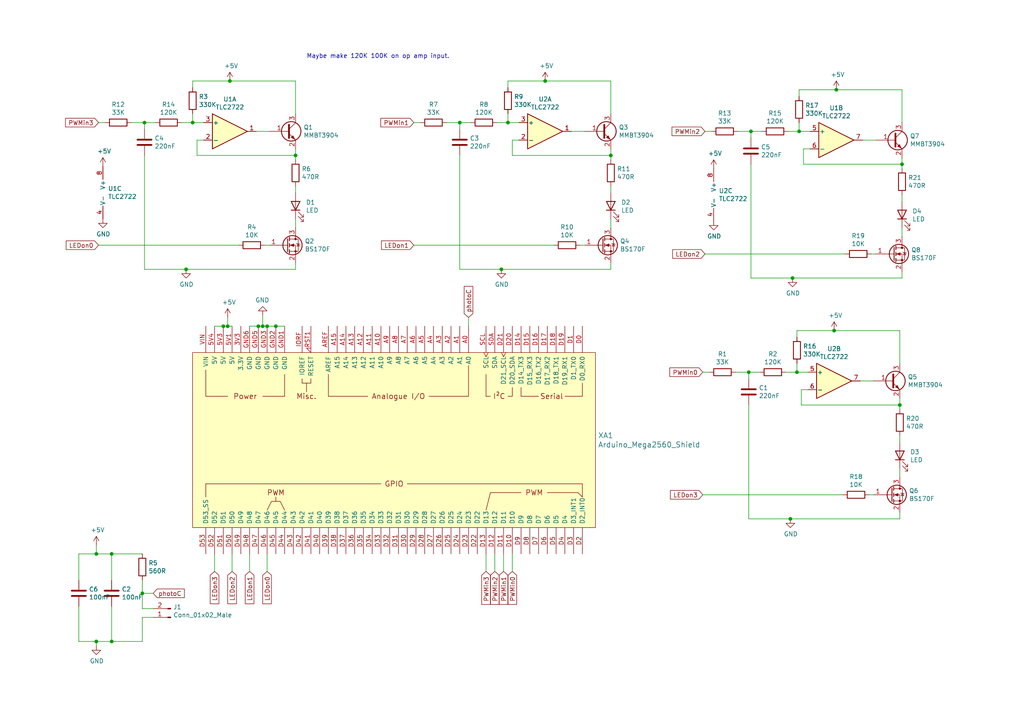
<source format=kicad_sch>
(kicad_sch (version 20230121) (generator eeschema)
  (paper "A4")
  (lib_symbols
    (symbol "Direct-drive-LEDs-rescue:+5V-power" (power) (pin_names (offset 0))
      (property "Value" "+5V-power" (at 0 3.556 0))
      (symbol "+5V-power_0_1"
        (polyline (pts (xy -0.762 1.27) (xy 0 2.54)))
        (polyline (pts (xy 0 0) (xy 0 2.54)))
        (polyline (pts (xy 0 2.54) (xy 0.762 1.27)))
      )
      (symbol "+5V-power_1_1"
        (pin power_in line (at 0 0 90) (length 0) hide (name "+5V") (number "1"))
      )
    )
    (symbol "Direct-drive-LEDs-rescue:Arduino_Mega2560_Shield-reprapltd-kicad" (pin_names (offset 1.016))
      (property "Reference" "XA" (at 2.54 0 90))
      (property "Value" "reprapltd-kicad_Arduino_Mega2560_Shield" (at -2.54 0 90))
      (symbol "Arduino_Mega2560_Shield-reprapltd-kicad_0_0"
        (rectangle (start -25.4 -58.42) (end 25.4 58.42) (fill (type background)))
        (rectangle (start -20.32 -54.61) (end -12.7 -54.61))
        (rectangle (start -19.05 -31.75) (end -12.7 -31.75))
        (rectangle (start -19.05 -19.05) (end -12.7 -19.05))
        (rectangle (start -19.05 26.67) (end -12.7 26.67))
        (rectangle (start -17.78 -26.67) (end -16.51 -26.67))
        (rectangle (start -17.78 -24.13) (end -16.51 -24.13))
        (rectangle (start -16.51 -25.4) (end -13.97 -25.4))
        (rectangle (start -16.51 -24.13) (end -16.51 -26.67))
        (rectangle (start -16.51 54.61) (end -12.7 54.61))
        (rectangle (start -15.24 34.29) (end -12.7 34.29))
        (rectangle (start -15.24 36.83) (end -12.7 36.83))
        (rectangle (start -12.7 -54.61) (end -12.7 -48.26))
        (rectangle (start -12.7 -31.75) (end -12.7 -38.1))
        (rectangle (start -12.7 26.67) (end -12.7 27.94))
        (rectangle (start -12.7 34.29) (end -12.7 33.02))
        (rectangle (start -12.7 41.91) (end -12.7 36.83))
        (rectangle (start -12.7 49.53) (end -12.7 54.61))
        (polyline (pts (xy -21.59 21.59) (xy -12.7 21.59)))
        (polyline (pts (xy -12.7 -19.05) (xy -12.7 -7.62)))
        (polyline (pts (xy -12.7 10.16) (xy -12.7 21.59)))
        (polyline (pts (xy 12.7 -54.61) (xy 16.51 -54.61)))
        (polyline (pts (xy 12.7 54.61) (xy 16.51 54.61)))
        (polyline (pts (xy 17.78 -34.29) (xy 16.51 -34.29)))
        (polyline (pts (xy 15.24 36.83) (xy 15.24 27.94) (xy 20.32 26.67)))
        (polyline (pts (xy 15.24 44.45) (xy 15.24 53.34) (xy 16.51 54.61)))
        (polyline (pts (xy 20.32 -31.75) (xy 17.78 -33.02) (xy 17.78 -35.56) (xy 20.32 -36.83)))
        (text "Analogue I/O" (at -12.7 1.27 900) (effects (font (size 1.524 1.524))))
        (text "I²C" (at -12.7 30.48 900) (effects (font (size 1.524 1.524))))
        (text "Misc." (at -12.7 -25.4 900) (effects (font (size 1.524 1.524))))
        (text "Power" (at -12.7 -43.18 900) (effects (font (size 1.524 1.524))))
        (text "PWM" (at 15.24 -34.29 900) (effects (font (size 1.524 1.524))))
        (text "PWM" (at 15.24 40.64 900) (effects (font (size 1.524 1.524))))
        (text "Serial" (at -12.7 45.72 900) (effects (font (size 1.524 1.524))))
      )
      (symbol "Arduino_Mega2560_Shield-reprapltd-kicad_1_0"
        (rectangle (start 12.7 -54.61) (end 12.7 -3.81))
        (rectangle (start 12.7 54.61) (end 12.7 3.81))
        (text "GPIO" (at 12.7 0 900) (effects (font (size 1.524 1.524))))
      )
      (symbol "Arduino_Mega2560_Shield-reprapltd-kicad_1_1"
        (pin power_in line (at -33.02 -44.45 0) (length 7.62) (name "3.3V") (number "3V3"))
        (pin power_in line (at -33.02 -46.99 0) (length 7.62) (name "5V") (number "5V1"))
        (pin power_in line (at -33.02 -49.53 0) (length 7.62) (name "5V") (number "5V3"))
        (pin power_in line (at -33.02 -52.07 0) (length 7.62) (name "5V") (number "5V4"))
        (pin bidirectional line (at -33.02 21.59 0) (length 7.62) (name "A0") (number "A0"))
        (pin bidirectional line (at -33.02 19.05 0) (length 7.62) (name "A1") (number "A1"))
        (pin bidirectional line (at -33.02 -3.81 0) (length 7.62) (name "A10") (number "A10"))
        (pin bidirectional line (at -33.02 -6.35 0) (length 7.62) (name "A11") (number "A11"))
        (pin bidirectional line (at -33.02 -8.89 0) (length 7.62) (name "A12") (number "A12"))
        (pin bidirectional line (at -33.02 -11.43 0) (length 7.62) (name "A13") (number "A13"))
        (pin bidirectional line (at -33.02 -13.97 0) (length 7.62) (name "A14") (number "A14"))
        (pin bidirectional line (at -33.02 -16.51 0) (length 7.62) (name "A15") (number "A15"))
        (pin bidirectional line (at -33.02 16.51 0) (length 7.62) (name "A2") (number "A2"))
        (pin bidirectional line (at -33.02 13.97 0) (length 7.62) (name "A3") (number "A3"))
        (pin bidirectional line (at -33.02 11.43 0) (length 7.62) (name "A4") (number "A4"))
        (pin bidirectional line (at -33.02 8.89 0) (length 7.62) (name "A5") (number "A5"))
        (pin bidirectional line (at -33.02 6.35 0) (length 7.62) (name "A6") (number "A6"))
        (pin bidirectional line (at -33.02 3.81 0) (length 7.62) (name "A7") (number "A7"))
        (pin bidirectional line (at -33.02 1.27 0) (length 7.62) (name "A8") (number "A8"))
        (pin bidirectional line (at -33.02 -1.27 0) (length 7.62) (name "A9") (number "A9"))
        (pin input line (at -33.02 -19.05 0) (length 7.62) (name "AREF") (number "AREF"))
        (pin bidirectional line (at -33.02 54.61 0) (length 7.62) (name "D0_RX0") (number "D0"))
        (pin bidirectional line (at -33.02 52.07 0) (length 7.62) (name "D1_TX0") (number "D1"))
        (pin bidirectional line (at 33.02 34.29 180) (length 7.62) (name "D10") (number "D10"))
        (pin bidirectional line (at 33.02 31.75 180) (length 7.62) (name "D11") (number "D11"))
        (pin bidirectional line (at 33.02 29.21 180) (length 7.62) (name "D12") (number "D12"))
        (pin bidirectional line (at 33.02 26.67 180) (length 7.62) (name "D13") (number "D13"))
        (pin bidirectional line (at -33.02 36.83 0) (length 7.62) (name "D14_TX3") (number "D14"))
        (pin bidirectional line (at -33.02 39.37 0) (length 7.62) (name "D15_RX3") (number "D15"))
        (pin bidirectional line (at -33.02 41.91 0) (length 7.62) (name "D16_TX2") (number "D16"))
        (pin bidirectional line (at -33.02 44.45 0) (length 7.62) (name "D17_RX2") (number "D17"))
        (pin bidirectional line (at -33.02 46.99 0) (length 7.62) (name "D18_TX1") (number "D18"))
        (pin bidirectional line (at -33.02 49.53 0) (length 7.62) (name "D19_RX1") (number "D19"))
        (pin bidirectional line (at 33.02 54.61 180) (length 7.62) (name "D2_INT0") (number "D2"))
        (pin bidirectional line (at -33.02 34.29 0) (length 7.62) (name "D20_SDA") (number "D20"))
        (pin bidirectional clock (at -33.02 31.75 0) (length 7.62) (name "D21_SCL") (number "D21"))
        (pin bidirectional line (at 33.02 24.13 180) (length 7.62) (name "D22") (number "D22"))
        (pin bidirectional line (at 33.02 21.59 180) (length 7.62) (name "D23") (number "D23"))
        (pin bidirectional line (at 33.02 19.05 180) (length 7.62) (name "D24") (number "D24"))
        (pin bidirectional line (at 33.02 16.51 180) (length 7.62) (name "D25") (number "D25"))
        (pin bidirectional line (at 33.02 13.97 180) (length 7.62) (name "D26") (number "D26"))
        (pin bidirectional line (at 33.02 11.43 180) (length 7.62) (name "D27") (number "D27"))
        (pin bidirectional line (at 33.02 8.89 180) (length 7.62) (name "D28") (number "D28"))
        (pin bidirectional line (at 33.02 6.35 180) (length 7.62) (name "D29") (number "D29"))
        (pin bidirectional line (at 33.02 52.07 180) (length 7.62) (name "D3_INT1") (number "D3"))
        (pin bidirectional line (at 33.02 3.81 180) (length 7.62) (name "D30") (number "D30"))
        (pin bidirectional line (at 33.02 1.27 180) (length 7.62) (name "D31") (number "D31"))
        (pin bidirectional line (at 33.02 -1.27 180) (length 7.62) (name "D32") (number "D32"))
        (pin bidirectional line (at 33.02 -3.81 180) (length 7.62) (name "D33") (number "D33"))
        (pin bidirectional line (at 33.02 -6.35 180) (length 7.62) (name "D34") (number "D34"))
        (pin bidirectional line (at 33.02 -8.89 180) (length 7.62) (name "D35") (number "D35"))
        (pin bidirectional line (at 33.02 -11.43 180) (length 7.62) (name "D36") (number "D36"))
        (pin bidirectional line (at 33.02 -13.97 180) (length 7.62) (name "D37") (number "D37"))
        (pin bidirectional line (at 33.02 -16.51 180) (length 7.62) (name "D38") (number "D38"))
        (pin bidirectional line (at 33.02 -19.05 180) (length 7.62) (name "D39") (number "D39"))
        (pin bidirectional line (at 33.02 49.53 180) (length 7.62) (name "D4") (number "D4"))
        (pin bidirectional line (at 33.02 -21.59 180) (length 7.62) (name "D40") (number "D40"))
        (pin bidirectional line (at 33.02 -24.13 180) (length 7.62) (name "D41") (number "D41"))
        (pin bidirectional line (at 33.02 -26.67 180) (length 7.62) (name "D42") (number "D42"))
        (pin bidirectional line (at 33.02 -29.21 180) (length 7.62) (name "D43") (number "D43"))
        (pin bidirectional line (at 33.02 -31.75 180) (length 7.62) (name "D44") (number "D44"))
        (pin bidirectional line (at 33.02 -34.29 180) (length 7.62) (name "D45") (number "D45"))
        (pin bidirectional line (at 33.02 -36.83 180) (length 7.62) (name "D46") (number "D46"))
        (pin bidirectional line (at 33.02 -39.37 180) (length 7.62) (name "D47") (number "D47"))
        (pin bidirectional line (at 33.02 -41.91 180) (length 7.62) (name "D48") (number "D48"))
        (pin bidirectional line (at 33.02 -44.45 180) (length 7.62) (name "D49") (number "D49"))
        (pin bidirectional line (at 33.02 46.99 180) (length 7.62) (name "D5") (number "D5"))
        (pin bidirectional line (at 33.02 -46.99 180) (length 7.62) (name "D50") (number "D50"))
        (pin bidirectional line (at 33.02 -49.53 180) (length 7.62) (name "D51") (number "D51"))
        (pin bidirectional line (at 33.02 -52.07 180) (length 7.62) (name "D52") (number "D52"))
        (pin bidirectional line (at 33.02 -54.61 180) (length 7.62) (name "D53_SS") (number "D53"))
        (pin bidirectional line (at 33.02 44.45 180) (length 7.62) (name "D6") (number "D6"))
        (pin bidirectional line (at 33.02 41.91 180) (length 7.62) (name "D7") (number "D7"))
        (pin bidirectional line (at 33.02 39.37 180) (length 7.62) (name "D8") (number "D8"))
        (pin bidirectional line (at 33.02 36.83 180) (length 7.62) (name "D9") (number "D9"))
        (pin power_in line (at -33.02 -31.75 0) (length 7.62) (name "GND") (number "GND1"))
        (pin power_in line (at -33.02 -34.29 0) (length 7.62) (name "GND") (number "GND2"))
        (pin power_in line (at -33.02 -36.83 0) (length 7.62) (name "GND") (number "GND3"))
        (pin power_in line (at -33.02 -39.37 0) (length 7.62) (name "GND") (number "GND5"))
        (pin power_in line (at -33.02 -41.91 0) (length 7.62) (name "GND") (number "GND6"))
        (pin output line (at -33.02 -26.67 0) (length 7.62) (name "IOREF") (number "IORF"))
        (pin open_collector input_low (at -33.02 -24.13 0) (length 7.62) (name "RESET") (number "RST1"))
        (pin bidirectional clock (at -33.02 26.67 0) (length 7.62) (name "SCL") (number "SCL"))
        (pin bidirectional line (at -33.02 29.21 0) (length 7.62) (name "SDA") (number "SDA"))
        (pin power_in line (at -33.02 -54.61 0) (length 7.62) (name "VIN") (number "VIN"))
      )
    )
    (symbol "Direct-drive-LEDs-rescue:BS170F-Transistor_FET" (pin_names hide)
      (property "Reference" "Q" (at 5.08 1.905 0))
      (property "Value" "Transistor_FET_BS170F" (at 5.08 0 0))
      (symbol "BS170F-Transistor_FET_0_1"
        (polyline (pts (xy 0.254 0) (xy -2.54 0)))
        (polyline (pts (xy 0.254 1.905) (xy 0.254 -1.905)) (stroke (width 0.254)))
        (polyline (pts (xy 0.762 -1.27) (xy 0.762 -2.286)) (stroke (width 0.254)))
        (polyline (pts (xy 0.762 0.508) (xy 0.762 -0.508)) (stroke (width 0.254)))
        (polyline (pts (xy 0.762 2.286) (xy 0.762 1.27)) (stroke (width 0.254)))
        (polyline (pts (xy 2.54 2.54) (xy 2.54 1.778)))
        (polyline (pts (xy 2.54 -2.54) (xy 2.54 0) (xy 0.762 0)))
        (polyline (pts (xy 0.762 -1.778) (xy 3.302 -1.778) (xy 3.302 1.778) (xy 0.762 1.778)))
        (polyline (pts (xy 1.016 0) (xy 2.032 0.381) (xy 2.032 -0.381) (xy 1.016 0)) (fill (type outline)))
        (polyline (pts (xy 2.794 0.508) (xy 2.921 0.381) (xy 3.683 0.381) (xy 3.81 0.254)))
        (polyline (pts (xy 3.302 0.381) (xy 2.921 -0.254) (xy 3.683 -0.254) (xy 3.302 0.381)))
        (circle (center 1.651 0) (radius 2.794) (stroke (width 0.254)))
        (circle (center 2.54 -1.778) (radius 0.254) (fill (type outline)))
        (circle (center 2.54 1.778) (radius 0.254) (fill (type outline)))
      )
      (symbol "BS170F-Transistor_FET_1_1"
        (pin input line (at -5.08 0 0) (length 2.54) (name "G") (number "1"))
        (pin passive line (at 2.54 -5.08 90) (length 2.54) (name "S") (number "2"))
        (pin passive line (at 2.54 5.08 270) (length 2.54) (name "D") (number "3"))
      )
    )
    (symbol "Direct-drive-LEDs-rescue:C-Device" (pin_numbers hide) (pin_names (offset 0.254))
      (property "Reference" "C" (at 0.635 2.54 0))
      (property "Value" "Device_C" (at 0.635 -2.54 0))
      (symbol "C-Device_0_1"
        (polyline (pts (xy -2.032 -0.762) (xy 2.032 -0.762)) (stroke (width 0.508)))
        (polyline (pts (xy -2.032 0.762) (xy 2.032 0.762)) (stroke (width 0.508)))
      )
      (symbol "C-Device_1_1"
        (pin passive line (at 0 3.81 270) (length 2.794) (name "~") (number "1"))
        (pin passive line (at 0 -3.81 90) (length 2.794) (name "~") (number "2"))
      )
    )
    (symbol "Direct-drive-LEDs-rescue:Conn_01x02_Male-Connector" (pin_names (offset 1.016) hide)
      (property "Reference" "J" (at 0 2.54 0))
      (property "Value" "Connector_Conn_01x02_Male" (at 0 -5.08 0))
      (symbol "Conn_01x02_Male-Connector_1_1"
        (polyline (pts (xy 1.27 -2.54) (xy 0.8636 -2.54)) (stroke (width 0.1524)))
        (polyline (pts (xy 1.27 0) (xy 0.8636 0)) (stroke (width 0.1524)))
        (rectangle (start 0.8636 -2.413) (end 0 -2.667) (stroke (width 0.1524)) (fill (type outline)))
        (rectangle (start 0.8636 0.127) (end 0 -0.127) (stroke (width 0.1524)) (fill (type outline)))
        (pin passive line (at 5.08 0 180) (length 3.81) (name "Pin_1") (number "1"))
        (pin passive line (at 5.08 -2.54 180) (length 3.81) (name "Pin_2") (number "2"))
      )
    )
    (symbol "Direct-drive-LEDs-rescue:GND-power" (power) (pin_names (offset 0))
      (property "Value" "GND-power" (at 0 -3.81 0))
      (symbol "GND-power_0_1"
        (polyline (pts (xy 0 0) (xy 0 -1.27) (xy 1.27 -1.27) (xy 0 -2.54) (xy -1.27 -1.27) (xy 0 -1.27)))
      )
      (symbol "GND-power_1_1"
        (pin power_in line (at 0 0 270) (length 0) hide (name "GND") (number "1"))
      )
    )
    (symbol "Direct-drive-LEDs-rescue:LED-Device" (pin_numbers hide) (pin_names (offset 1.016) hide)
      (property "Reference" "D" (at 0 2.54 0))
      (property "Value" "Device_LED" (at 0 -2.54 0))
      (symbol "LED-Device_0_1"
        (polyline (pts (xy -1.27 -1.27) (xy -1.27 1.27)) (stroke (width 0.254)))
        (polyline (pts (xy -1.27 0) (xy 1.27 0)))
        (polyline (pts (xy 1.27 -1.27) (xy 1.27 1.27) (xy -1.27 0) (xy 1.27 -1.27)) (stroke (width 0.254)))
        (polyline (pts (xy -3.048 -0.762) (xy -4.572 -2.286) (xy -3.81 -2.286) (xy -4.572 -2.286) (xy -4.572 -1.524)))
        (polyline (pts (xy -1.778 -0.762) (xy -3.302 -2.286) (xy -2.54 -2.286) (xy -3.302 -2.286) (xy -3.302 -1.524)))
      )
      (symbol "LED-Device_1_1"
        (pin passive line (at -3.81 0 0) (length 2.54) (name "K") (number "1"))
        (pin passive line (at 3.81 0 180) (length 2.54) (name "A") (number "2"))
      )
    )
    (symbol "Direct-drive-LEDs-rescue:LM2904-Amplifier_Operational" (pin_names (offset 0.127))
      (property "Reference" "U" (at 0 5.08 0))
      (property "Value" "Amplifier_Operational_LM2904" (at 0 -5.08 0))
      (symbol "LM2904-Amplifier_Operational_1_1"
        (polyline (pts (xy -5.08 5.08) (xy 5.08 0) (xy -5.08 -5.08) (xy -5.08 5.08)) (stroke (width 0.254)) (fill (type background)))
        (pin output line (at 7.62 0 180) (length 2.54) (name "~") (number "1"))
        (pin input line (at -7.62 -2.54 0) (length 2.54) (name "-") (number "2"))
        (pin input line (at -7.62 2.54 0) (length 2.54) (name "+") (number "3"))
      )
      (symbol "LM2904-Amplifier_Operational_2_1"
        (polyline (pts (xy -5.08 5.08) (xy 5.08 0) (xy -5.08 -5.08) (xy -5.08 5.08)) (stroke (width 0.254)) (fill (type background)))
        (pin input line (at -7.62 2.54 0) (length 2.54) (name "+") (number "5"))
        (pin input line (at -7.62 -2.54 0) (length 2.54) (name "-") (number "6"))
        (pin output line (at 7.62 0 180) (length 2.54) (name "~") (number "7"))
      )
      (symbol "LM2904-Amplifier_Operational_3_1"
        (pin power_in line (at -2.54 -7.62 90) (length 3.81) (name "V-") (number "4"))
        (pin power_in line (at -2.54 7.62 270) (length 3.81) (name "V+") (number "8"))
      )
    )
    (symbol "Direct-drive-LEDs-rescue:MMBT3904-Transistor_BJT" (pin_names (offset 0) hide)
      (property "Reference" "Q" (at 5.08 1.905 0))
      (property "Value" "Transistor_BJT_MMBT3904" (at 5.08 0 0))
      (symbol "MMBT3904-Transistor_BJT_0_1"
        (polyline (pts (xy 0.635 0.635) (xy 2.54 2.54)))
        (polyline (pts (xy 0.635 -0.635) (xy 2.54 -2.54) (xy 2.54 -2.54)))
        (polyline (pts (xy 0.635 1.905) (xy 0.635 -1.905) (xy 0.635 -1.905)) (stroke (width 0.508)))
        (polyline (pts (xy 1.27 -1.778) (xy 1.778 -1.27) (xy 2.286 -2.286) (xy 1.27 -1.778) (xy 1.27 -1.778)) (fill (type outline)))
        (circle (center 1.27 0) (radius 2.8194) (stroke (width 0.254)))
      )
      (symbol "MMBT3904-Transistor_BJT_1_1"
        (pin input line (at -5.08 0 0) (length 5.715) (name "B") (number "1"))
        (pin passive line (at 2.54 -5.08 90) (length 2.54) (name "E") (number "2"))
        (pin passive line (at 2.54 5.08 270) (length 2.54) (name "C") (number "3"))
      )
    )
    (symbol "Direct-drive-LEDs-rescue:R-Device" (pin_numbers hide) (pin_names (offset 0))
      (property "Reference" "R" (at 2.032 0 90))
      (property "Value" "Device_R" (at 0 0 90))
      (symbol "R-Device_0_1"
        (rectangle (start -1.016 -2.54) (end 1.016 2.54) (stroke (width 0.254)))
      )
      (symbol "R-Device_1_1"
        (pin passive line (at 0 3.81 270) (length 1.27) (name "~") (number "1"))
        (pin passive line (at 0 -3.81 90) (length 1.27) (name "~") (number "2"))
      )
    )
  )
  (junction (at 66.675 23.495))
  (junction (at 158.115 23.495))
  (junction (at 32.385 160.655))
  (junction (at 217.17 107.95))
  (junction (at 241.935 95.885))
  (junction (at 76.2 94.615))
  (junction (at 55.88 35.56))
  (junction (at 177.165 45.085))
  (junction (at 229.235 150.495))
  (junction (at 260.985 117.475))
  (junction (at 85.725 45.085))
  (junction (at 66.04 94.615))
  (junction (at 231.775 38.1))
  (junction (at 145.415 78.105))
  (junction (at 41.91 35.56))
  (junction (at 217.805 38.1))
  (junction (at 74.93 94.615))
  (junction (at 229.87 80.645))
  (junction (at 147.32 35.56))
  (junction (at 261.62 47.625))
  (junction (at 32.385 186.055))
  (junction (at 231.14 107.95))
  (junction (at 64.77 94.615))
  (junction (at 53.975 78.105))
  (junction (at 80.01 94.615))
  (junction (at 242.57 26.035))
  (junction (at 133.35 35.56))
  (junction (at 41.275 172.085))
  (junction (at 27.94 186.055))
  (junction (at 77.47 94.615))
  (junction (at 27.94 160.655))
  (wire (pts (xy 260.985 95.885) (xy 260.985 105.41)))
  (wire (pts (xy 203.835 143.51) (xy 244.475 143.51)))
  (wire (pts (xy 85.725 43.18) (xy 85.725 45.085)))
  (wire (pts (xy 140.97 160.655) (xy 140.97 165.735)))
  (wire (pts (xy 27.94 187.325) (xy 27.94 186.055)))
  (wire (pts (xy 217.805 80.645) (xy 229.87 80.645)))
  (wire (pts (xy 121.92 35.56) (xy 120.015 35.56)))
  (wire (pts (xy 135.89 94.615) (xy 135.89 92.075)))
  (wire (pts (xy 177.165 76.2) (xy 177.165 78.105)))
  (wire (pts (xy 261.62 78.74) (xy 261.62 80.645)))
  (wire (pts (xy 250.19 40.64) (xy 254 40.64)))
  (wire (pts (xy 231.775 26.035) (xy 242.57 26.035)))
  (wire (pts (xy 32.385 186.055) (xy 41.275 186.055)))
  (wire (pts (xy 168.275 71.12) (xy 169.545 71.12)))
  (wire (pts (xy 74.295 38.1) (xy 78.105 38.1)))
  (wire (pts (xy 85.725 46.355) (xy 85.725 45.085)))
  (wire (pts (xy 148.59 165.735) (xy 148.59 160.655)))
  (wire (pts (xy 228.6 38.1) (xy 231.775 38.1)))
  (wire (pts (xy 66.04 92.075) (xy 66.04 94.615)))
  (wire (pts (xy 52.705 35.56) (xy 55.88 35.56)))
  (wire (pts (xy 260.985 115.57) (xy 260.985 117.475)))
  (wire (pts (xy 204.47 73.66) (xy 245.11 73.66)))
  (wire (pts (xy 72.39 94.615) (xy 74.93 94.615)))
  (wire (pts (xy 133.35 45.085) (xy 133.35 78.105)))
  (wire (pts (xy 177.165 43.18) (xy 177.165 45.085)))
  (wire (pts (xy 57.15 40.64) (xy 59.055 40.64)))
  (wire (pts (xy 66.04 94.615) (xy 64.77 94.615)))
  (wire (pts (xy 133.35 35.56) (xy 133.35 37.465)))
  (wire (pts (xy 177.165 45.085) (xy 148.59 45.085)))
  (wire (pts (xy 231.14 95.885) (xy 241.935 95.885)))
  (wire (pts (xy 261.62 45.72) (xy 261.62 47.625)))
  (wire (pts (xy 41.91 78.105) (xy 53.975 78.105)))
  (wire (pts (xy 252.095 143.51) (xy 253.365 143.51)))
  (wire (pts (xy 30.48 35.56) (xy 28.575 35.56)))
  (wire (pts (xy 55.88 23.495) (xy 55.88 25.4)))
  (wire (pts (xy 231.775 35.56) (xy 231.775 38.1)))
  (wire (pts (xy 22.86 168.275) (xy 22.86 160.655)))
  (wire (pts (xy 38.1 35.56) (xy 41.91 35.56)))
  (wire (pts (xy 227.965 107.95) (xy 231.14 107.95)))
  (wire (pts (xy 41.275 168.275) (xy 41.275 172.085)))
  (wire (pts (xy 231.775 26.035) (xy 231.775 27.94)))
  (wire (pts (xy 231.14 95.885) (xy 231.14 97.79)))
  (wire (pts (xy 231.14 105.41) (xy 231.14 107.95)))
  (wire (pts (xy 80.01 94.615) (xy 82.55 94.615)))
  (wire (pts (xy 67.31 160.655) (xy 67.31 165.735)))
  (wire (pts (xy 177.165 53.975) (xy 177.165 55.88)))
  (wire (pts (xy 165.735 38.1) (xy 169.545 38.1)))
  (wire (pts (xy 133.35 35.56) (xy 136.525 35.56)))
  (wire (pts (xy 133.35 78.105) (xy 145.415 78.105)))
  (wire (pts (xy 22.86 175.895) (xy 22.86 186.055)))
  (wire (pts (xy 76.835 71.12) (xy 78.105 71.12)))
  (wire (pts (xy 143.51 165.735) (xy 143.51 160.655)))
  (wire (pts (xy 147.32 35.56) (xy 150.495 35.56)))
  (wire (pts (xy 41.91 35.56) (xy 45.085 35.56)))
  (wire (pts (xy 76.2 94.615) (xy 77.47 94.615)))
  (wire (pts (xy 261.62 47.625) (xy 233.045 47.625)))
  (wire (pts (xy 232.41 113.03) (xy 234.315 113.03)))
  (wire (pts (xy 217.17 107.95) (xy 220.345 107.95)))
  (wire (pts (xy 217.17 107.95) (xy 217.17 109.855)))
  (wire (pts (xy 76.2 91.44) (xy 76.2 94.615)))
  (wire (pts (xy 32.385 175.895) (xy 32.385 186.055)))
  (wire (pts (xy 260.985 135.89) (xy 260.985 138.43)))
  (wire (pts (xy 260.985 118.745) (xy 260.985 117.475)))
  (wire (pts (xy 72.39 165.735) (xy 72.39 160.655)))
  (wire (pts (xy 57.15 45.085) (xy 57.15 40.64)))
  (wire (pts (xy 77.47 165.735) (xy 77.47 160.655)))
  (wire (pts (xy 85.725 53.975) (xy 85.725 55.88)))
  (wire (pts (xy 27.94 186.055) (xy 32.385 186.055)))
  (wire (pts (xy 147.32 23.495) (xy 147.32 25.4)))
  (wire (pts (xy 260.985 117.475) (xy 232.41 117.475)))
  (wire (pts (xy 217.17 150.495) (xy 229.235 150.495)))
  (wire (pts (xy 146.05 165.735) (xy 146.05 160.655)))
  (wire (pts (xy 260.985 148.59) (xy 260.985 150.495)))
  (wire (pts (xy 147.32 23.495) (xy 158.115 23.495)))
  (wire (pts (xy 177.165 78.105) (xy 145.415 78.105)))
  (wire (pts (xy 32.385 168.275) (xy 32.385 160.655)))
  (wire (pts (xy 66.675 23.495) (xy 85.725 23.495)))
  (wire (pts (xy 85.725 45.085) (xy 57.15 45.085)))
  (wire (pts (xy 148.59 40.64) (xy 150.495 40.64)))
  (wire (pts (xy 177.165 23.495) (xy 177.165 33.02)))
  (wire (pts (xy 177.165 46.355) (xy 177.165 45.085)))
  (wire (pts (xy 249.555 110.49) (xy 253.365 110.49)))
  (wire (pts (xy 85.725 76.2) (xy 85.725 78.105)))
  (wire (pts (xy 213.995 38.1) (xy 217.805 38.1)))
  (wire (pts (xy 32.385 160.655) (xy 41.275 160.655)))
  (wire (pts (xy 232.41 117.475) (xy 232.41 113.03)))
  (wire (pts (xy 217.805 38.1) (xy 220.98 38.1)))
  (wire (pts (xy 233.045 47.625) (xy 233.045 43.18)))
  (wire (pts (xy 147.32 33.02) (xy 147.32 35.56)))
  (wire (pts (xy 41.91 45.085) (xy 41.91 78.105)))
  (wire (pts (xy 55.88 33.02) (xy 55.88 35.56)))
  (wire (pts (xy 148.59 45.085) (xy 148.59 40.64)))
  (wire (pts (xy 233.045 43.18) (xy 234.95 43.18)))
  (wire (pts (xy 241.935 95.885) (xy 260.985 95.885)))
  (wire (pts (xy 260.985 150.495) (xy 229.235 150.495)))
  (wire (pts (xy 66.04 94.615) (xy 67.31 94.615)))
  (wire (pts (xy 261.62 80.645) (xy 229.87 80.645)))
  (wire (pts (xy 231.775 38.1) (xy 234.95 38.1)))
  (wire (pts (xy 85.725 78.105) (xy 53.975 78.105)))
  (wire (pts (xy 252.73 73.66) (xy 254 73.66)))
  (wire (pts (xy 55.88 23.495) (xy 66.675 23.495)))
  (wire (pts (xy 120.015 71.12) (xy 160.655 71.12)))
  (wire (pts (xy 129.54 35.56) (xy 133.35 35.56)))
  (wire (pts (xy 213.36 107.95) (xy 217.17 107.95)))
  (wire (pts (xy 44.45 179.07) (xy 41.275 179.07)))
  (wire (pts (xy 44.45 172.085) (xy 41.275 172.085)))
  (wire (pts (xy 205.74 107.95) (xy 203.835 107.95)))
  (wire (pts (xy 177.165 63.5) (xy 177.165 66.04)))
  (wire (pts (xy 261.62 56.515) (xy 261.62 58.42)))
  (wire (pts (xy 158.115 23.495) (xy 177.165 23.495)))
  (wire (pts (xy 261.62 48.895) (xy 261.62 47.625)))
  (wire (pts (xy 22.86 186.055) (xy 27.94 186.055)))
  (wire (pts (xy 28.575 71.12) (xy 69.215 71.12)))
  (wire (pts (xy 231.14 107.95) (xy 234.315 107.95)))
  (wire (pts (xy 41.275 179.07) (xy 41.275 186.055)))
  (wire (pts (xy 77.47 94.615) (xy 80.01 94.615)))
  (wire (pts (xy 242.57 26.035) (xy 261.62 26.035)))
  (wire (pts (xy 74.93 94.615) (xy 76.2 94.615)))
  (wire (pts (xy 22.86 160.655) (xy 27.94 160.655)))
  (wire (pts (xy 85.725 23.495) (xy 85.725 33.02)))
  (wire (pts (xy 144.145 35.56) (xy 147.32 35.56)))
  (wire (pts (xy 41.275 176.53) (xy 41.275 172.085)))
  (wire (pts (xy 27.94 158.115) (xy 27.94 160.655)))
  (wire (pts (xy 44.45 176.53) (xy 41.275 176.53)))
  (wire (pts (xy 62.23 94.615) (xy 64.77 94.615)))
  (wire (pts (xy 27.94 160.655) (xy 32.385 160.655)))
  (wire (pts (xy 217.17 117.475) (xy 217.17 150.495)))
  (wire (pts (xy 41.91 35.56) (xy 41.91 37.465)))
  (wire (pts (xy 261.62 26.035) (xy 261.62 35.56)))
  (wire (pts (xy 217.805 38.1) (xy 217.805 40.005)))
  (wire (pts (xy 206.375 38.1) (xy 204.47 38.1)))
  (wire (pts (xy 85.725 63.5) (xy 85.725 66.04)))
  (wire (pts (xy 217.805 47.625) (xy 217.805 80.645)))
  (wire (pts (xy 55.88 35.56) (xy 59.055 35.56)))
  (wire (pts (xy 260.985 126.365) (xy 260.985 128.27)))
  (wire (pts (xy 62.23 165.735) (xy 62.23 160.655)))
  (wire (pts (xy 261.62 66.04) (xy 261.62 68.58)))
  (text "Maybe make 120K 100K on op amp input." (at 88.9 17.145 0) (effects (font (size 1.27 1.27)) (justify left bottom)))
  (global_label "LEDon2" (shape input) (at 204.47 73.66 180) (property "Intersheetrefs" "${INTERSHEET_REFS}" (effects hide)))
  (global_label "PWMin0" (shape input) (at 203.835 107.95 180) (property "Intersheetrefs" "${INTERSHEET_REFS}" (effects hide)))
  (global_label "PWMin0" (shape input) (at 148.59 165.735 270) (property "Intersheetrefs" "${INTERSHEET_REFS}" (effects hide)))
  (global_label "LEDon3" (shape input) (at 62.23 165.735 270) (property "Intersheetrefs" "${INTERSHEET_REFS}" (effects hide)))
  (global_label "photoC" (shape input) (at 44.45 172.085 0) (property "Intersheetrefs" "${INTERSHEET_REFS}" (effects hide)))
  (global_label "LEDon0" (shape input) (at 28.575 71.12 180) (property "Intersheetrefs" "${INTERSHEET_REFS}" (effects hide)))
  (global_label "PWMin2" (shape input) (at 143.51 165.735 270) (property "Intersheetrefs" "${INTERSHEET_REFS}" (effects hide)))
  (global_label "PWMin1" (shape input) (at 146.05 165.735 270) (property "Intersheetrefs" "${INTERSHEET_REFS}" (effects hide)))
  (global_label "LEDon0" (shape input) (at 77.47 165.735 270) (property "Intersheetrefs" "${INTERSHEET_REFS}" (effects hide)))
  (global_label "LEDon1" (shape input) (at 120.015 71.12 180) (property "Intersheetrefs" "${INTERSHEET_REFS}" (effects hide)))
  (global_label "LEDon3" (shape input) (at 203.835 143.51 180) (property "Intersheetrefs" "${INTERSHEET_REFS}" (effects hide)))
  (global_label "PWMin1" (shape input) (at 120.015 35.56 180) (property "Intersheetrefs" "${INTERSHEET_REFS}" (effects hide)))
  (global_label "PWMin3" (shape input) (at 140.97 165.735 270) (property "Intersheetrefs" "${INTERSHEET_REFS}" (effects hide)))
  (global_label "photoC" (shape input) (at 135.89 92.075 90) (property "Intersheetrefs" "${INTERSHEET_REFS}" (effects hide)))
  (global_label "LEDon2" (shape input) (at 67.31 165.735 270) (property "Intersheetrefs" "${INTERSHEET_REFS}" (effects hide)))
  (global_label "PWMin3" (shape input) (at 28.575 35.56 180) (property "Intersheetrefs" "${INTERSHEET_REFS}" (effects hide)))
  (global_label "PWMin2" (shape input) (at 204.47 38.1 180) (property "Intersheetrefs" "${INTERSHEET_REFS}" (effects hide)))
  (global_label "LEDon1" (shape input) (at 72.39 165.735 270) (property "Intersheetrefs" "${INTERSHEET_REFS}" (effects hide)))
  (symbol (lib_id "Direct-drive-LEDs-rescue:R-Device") (at 209.55 107.95 270) (unit 1)
    (property "Reference" "R1" (at 209.55 102.6922 90))
    (property "Value" "33K" (at 209.55 105.0036 90))
    (property "Footprint" "Resistor_SMD:R_0805_2012Metric" (effects hide))
  )
  (symbol (lib_id "Direct-drive-LEDs-rescue:C-Device") (at 217.17 113.665 0) (unit 1)
    (property "Reference" "C1" (at 220.091 112.4966 0) (effects (justify left)))
    (property "Value" "220nF" (at 220.091 114.808 0) (effects (justify left)))
    (property "Footprint" "Capacitor_SMD:C_0805_2012Metric_Pad1.15x1.40mm_HandSolder" (effects hide))
  )
  (symbol (lib_id "Direct-drive-LEDs-rescue:GND-power") (at 53.975 78.105 0) (unit 1)
    (property "Reference" "#PWR01" (effects hide))
    (property "Value" "GND" (at 54.102 82.4992 0))
  )
  (symbol (lib_id "Direct-drive-LEDs-rescue:R-Device") (at 224.155 107.95 90) (unit 1)
    (property "Reference" "R2" (at 224.155 102.6922 90))
    (property "Value" "120K" (at 224.155 105.0036 90))
    (property "Footprint" "Resistor_SMD:R_0805_2012Metric" (effects hide))
  )
  (symbol (lib_id "Direct-drive-LEDs-rescue:R-Device") (at 55.88 29.21 180) (unit 1)
    (property "Reference" "R3" (at 57.658 28.0416 0) (effects (justify right)))
    (property "Value" "330K" (at 57.658 30.353 0) (effects (justify right)))
    (property "Footprint" "Resistor_SMD:R_0805_2012Metric" (effects hide))
  )
  (symbol (lib_id "Direct-drive-LEDs-rescue:+5V-power") (at 66.675 23.495 0) (unit 1)
    (property "Reference" "#PWR04" (effects hide))
    (property "Value" "+5V" (at 67.056 19.1008 0))
  )
  (symbol (lib_id "Direct-drive-LEDs-rescue:R-Device") (at 85.725 50.165 180) (unit 1)
    (property "Reference" "R6" (at 87.503 48.9966 0) (effects (justify right)))
    (property "Value" "470R" (at 87.503 51.308 0) (effects (justify right)))
    (property "Footprint" "Resistor_SMD:R_0805_2012Metric" (effects hide))
  )
  (symbol (lib_id "Direct-drive-LEDs-rescue:BS170F-Transistor_FET") (at 83.185 71.12 0) (unit 1)
    (property "Reference" "Q2" (at 88.392 69.9516 0) (effects (justify left)))
    (property "Value" "BS170F" (at 88.392 72.263 0) (effects (justify left)))
    (property "Footprint" "Package_TO_SOT_SMD:SOT-23" (effects hide))
    (property "Datasheet" "http://www.diodes.com/assets/Datasheets/BS170F.pdf" (effects hide))
  )
  (symbol (lib_id "Direct-drive-LEDs-rescue:R-Device") (at 73.025 71.12 90) (unit 1)
    (property "Reference" "R4" (at 73.025 65.8622 90))
    (property "Value" "10K" (at 73.025 68.1736 90))
    (property "Footprint" "Resistor_SMD:R_0805_2012Metric" (effects hide))
  )
  (symbol (lib_id "Direct-drive-LEDs-rescue:MMBT3904-Transistor_BJT") (at 83.185 38.1 0) (unit 1)
    (property "Reference" "Q1" (at 88.0364 36.9316 0) (effects (justify left)))
    (property "Value" "MMBT3904" (at 88.0364 39.243 0) (effects (justify left)))
    (property "Footprint" "Package_TO_SOT_SMD:SOT-23" (effects hide))
    (property "Datasheet" "https://www.fairchildsemi.com/datasheets/2N/2N3904.pdf" (effects hide))
  )
  (symbol (lib_id "Direct-drive-LEDs-rescue:LED-Device") (at 85.725 59.69 90) (unit 1)
    (property "Reference" "D1" (at 88.7222 58.6994 90) (effects (justify right)))
    (property "Value" "LED" (at 88.7222 61.0108 90) (effects (justify right)))
    (property "Footprint" "LED_THT:LED_D3.0mm" (effects hide))
  )
  (symbol (lib_id "Direct-drive-LEDs-rescue:R-Device") (at 125.73 35.56 270) (unit 1)
    (property "Reference" "R7" (at 125.73 30.3022 90))
    (property "Value" "33K" (at 125.73 32.6136 90))
    (property "Footprint" "Resistor_SMD:R_0805_2012Metric" (effects hide))
  )
  (symbol (lib_id "Direct-drive-LEDs-rescue:C-Device") (at 133.35 41.275 0) (unit 1)
    (property "Reference" "C3" (at 136.271 40.1066 0) (effects (justify left)))
    (property "Value" "220nF" (at 136.271 42.418 0) (effects (justify left)))
    (property "Footprint" "Capacitor_SMD:C_0805_2012Metric_Pad1.15x1.40mm_HandSolder" (effects hide))
  )
  (symbol (lib_id "Direct-drive-LEDs-rescue:GND-power") (at 145.415 78.105 0) (unit 1)
    (property "Reference" "#PWR05" (effects hide))
    (property "Value" "GND" (at 145.542 82.4992 0))
  )
  (symbol (lib_id "Direct-drive-LEDs-rescue:R-Device") (at 177.165 50.165 180) (unit 1)
    (property "Reference" "R11" (at 178.943 48.9966 0) (effects (justify right)))
    (property "Value" "470R" (at 178.943 51.308 0) (effects (justify right)))
    (property "Footprint" "Resistor_SMD:R_0805_2012Metric" (effects hide))
  )
  (symbol (lib_id "Direct-drive-LEDs-rescue:BS170F-Transistor_FET") (at 174.625 71.12 0) (unit 1)
    (property "Reference" "Q4" (at 179.832 69.9516 0) (effects (justify left)))
    (property "Value" "BS170F" (at 179.832 72.263 0) (effects (justify left)))
    (property "Footprint" "Package_TO_SOT_SMD:SOT-23" (effects hide))
    (property "Datasheet" "http://www.diodes.com/assets/Datasheets/BS170F.pdf" (effects hide))
  )
  (symbol (lib_id "Direct-drive-LEDs-rescue:R-Device") (at 164.465 71.12 90) (unit 1)
    (property "Reference" "R10" (at 164.465 65.8622 90))
    (property "Value" "10K" (at 164.465 68.1736 90))
    (property "Footprint" "Resistor_SMD:R_0805_2012Metric" (effects hide))
  )
  (symbol (lib_id "Direct-drive-LEDs-rescue:MMBT3904-Transistor_BJT") (at 174.625 38.1 0) (unit 1)
    (property "Reference" "Q3" (at 179.4764 36.9316 0) (effects (justify left)))
    (property "Value" "MMBT3904" (at 179.4764 39.243 0) (effects (justify left)))
    (property "Footprint" "Package_TO_SOT_SMD:SOT-23" (effects hide))
    (property "Datasheet" "https://www.fairchildsemi.com/datasheets/2N/2N3904.pdf" (effects hide))
  )
  (symbol (lib_id "Direct-drive-LEDs-rescue:R-Device") (at 140.335 35.56 90) (unit 1)
    (property "Reference" "R8" (at 140.335 30.3022 90))
    (property "Value" "120K" (at 140.335 32.6136 90))
    (property "Footprint" "Resistor_SMD:R_0805_2012Metric" (effects hide))
  )
  (symbol (lib_id "Direct-drive-LEDs-rescue:R-Device") (at 147.32 29.21 180) (unit 1)
    (property "Reference" "R9" (at 149.098 28.0416 0) (effects (justify right)))
    (property "Value" "330K" (at 149.098 30.353 0) (effects (justify right)))
    (property "Footprint" "Resistor_SMD:R_0805_2012Metric" (effects hide))
  )
  (symbol (lib_id "Direct-drive-LEDs-rescue:+5V-power") (at 158.115 23.495 0) (unit 1)
    (property "Reference" "#PWR06" (effects hide))
    (property "Value" "+5V" (at 158.496 19.1008 0))
  )
  (symbol (lib_id "Direct-drive-LEDs-rescue:LED-Device") (at 177.165 59.69 90) (unit 1)
    (property "Reference" "D2" (at 180.1622 58.6994 90) (effects (justify right)))
    (property "Value" "LED" (at 180.1622 61.0108 90) (effects (justify right)))
    (property "Footprint" "LED_THT:LED_D3.0mm" (effects hide))
  )
  (symbol (lib_id "Direct-drive-LEDs-rescue:LED-Device") (at 261.62 62.23 90) (unit 1)
    (property "Reference" "D4" (at 264.6172 61.2394 90) (effects (justify right)))
    (property "Value" "LED" (at 264.6172 63.5508 90) (effects (justify right)))
    (property "Footprint" "LED_THT:LED_D3.0mm" (effects hide))
  )
  (symbol (lib_id "Direct-drive-LEDs-rescue:LED-Device") (at 260.985 132.08 90) (unit 1)
    (property "Reference" "D3" (at 263.9822 131.0894 90) (effects (justify right)))
    (property "Value" "LED" (at 263.9822 133.4008 90) (effects (justify right)))
    (property "Footprint" "LED_THT:LED_D3.0mm" (effects hide))
  )
  (symbol (lib_id "Direct-drive-LEDs-rescue:R-Device") (at 210.185 38.1 270) (unit 1)
    (property "Reference" "R13" (at 210.185 32.8422 90))
    (property "Value" "33K" (at 210.185 35.1536 90))
    (property "Footprint" "Resistor_SMD:R_0805_2012Metric" (effects hide))
  )
  (symbol (lib_id "Direct-drive-LEDs-rescue:C-Device") (at 217.805 43.815 0) (unit 1)
    (property "Reference" "C5" (at 220.726 42.6466 0) (effects (justify left)))
    (property "Value" "220nF" (at 220.726 44.958 0) (effects (justify left)))
    (property "Footprint" "Capacitor_SMD:C_0805_2012Metric_Pad1.15x1.40mm_HandSolder" (effects hide))
  )
  (symbol (lib_id "Direct-drive-LEDs-rescue:GND-power") (at 229.87 80.645 0) (unit 1)
    (property "Reference" "#PWR08" (effects hide))
    (property "Value" "GND" (at 229.997 85.0392 0))
  )
  (symbol (lib_id "Direct-drive-LEDs-rescue:R-Device") (at 261.62 52.705 180) (unit 1)
    (property "Reference" "R21" (at 263.398 51.5366 0) (effects (justify right)))
    (property "Value" "470R" (at 263.398 53.848 0) (effects (justify right)))
    (property "Footprint" "Resistor_SMD:R_0805_2012Metric" (effects hide))
  )
  (symbol (lib_id "Direct-drive-LEDs-rescue:BS170F-Transistor_FET") (at 259.08 73.66 0) (unit 1)
    (property "Reference" "Q8" (at 264.287 72.4916 0) (effects (justify left)))
    (property "Value" "BS170F" (at 264.287 74.803 0) (effects (justify left)))
    (property "Footprint" "Package_TO_SOT_SMD:SOT-23" (effects hide))
    (property "Datasheet" "http://www.diodes.com/assets/Datasheets/BS170F.pdf" (effects hide))
  )
  (symbol (lib_id "Direct-drive-LEDs-rescue:R-Device") (at 248.92 73.66 90) (unit 1)
    (property "Reference" "R19" (at 248.92 68.4022 90))
    (property "Value" "10K" (at 248.92 70.7136 90))
    (property "Footprint" "Resistor_SMD:R_0805_2012Metric" (effects hide))
  )
  (symbol (lib_id "Direct-drive-LEDs-rescue:MMBT3904-Transistor_BJT") (at 259.08 40.64 0) (unit 1)
    (property "Reference" "Q7" (at 263.9314 39.4716 0) (effects (justify left)))
    (property "Value" "MMBT3904" (at 263.9314 41.783 0) (effects (justify left)))
    (property "Footprint" "Package_TO_SOT_SMD:SOT-23" (effects hide))
    (property "Datasheet" "https://www.fairchildsemi.com/datasheets/2N/2N3904.pdf" (effects hide))
  )
  (symbol (lib_id "Direct-drive-LEDs-rescue:R-Device") (at 224.79 38.1 90) (unit 1)
    (property "Reference" "R15" (at 224.79 32.8422 90))
    (property "Value" "120K" (at 224.79 35.1536 90))
    (property "Footprint" "Resistor_SMD:R_0805_2012Metric" (effects hide))
  )
  (symbol (lib_id "Direct-drive-LEDs-rescue:R-Device") (at 231.775 31.75 180) (unit 1)
    (property "Reference" "R17" (at 233.553 30.5816 0) (effects (justify right)))
    (property "Value" "330K" (at 233.553 32.893 0) (effects (justify right)))
    (property "Footprint" "Resistor_SMD:R_0805_2012Metric" (effects hide))
  )
  (symbol (lib_id "Direct-drive-LEDs-rescue:+5V-power") (at 242.57 26.035 0) (unit 1)
    (property "Reference" "#PWR010" (effects hide))
    (property "Value" "+5V" (at 242.951 21.6408 0))
  )
  (symbol (lib_id "Direct-drive-LEDs-rescue:R-Device") (at 34.29 35.56 270) (unit 1)
    (property "Reference" "R12" (at 34.29 30.3022 90))
    (property "Value" "33K" (at 34.29 32.6136 90))
    (property "Footprint" "Resistor_SMD:R_0805_2012Metric" (effects hide))
  )
  (symbol (lib_id "Direct-drive-LEDs-rescue:C-Device") (at 41.91 41.275 0) (unit 1)
    (property "Reference" "C4" (at 44.831 40.1066 0) (effects (justify left)))
    (property "Value" "220nF" (at 44.831 42.418 0) (effects (justify left)))
    (property "Footprint" "Capacitor_SMD:C_0805_2012Metric_Pad1.15x1.40mm_HandSolder" (effects hide))
  )
  (symbol (lib_id "Direct-drive-LEDs-rescue:GND-power") (at 229.235 150.495 0) (unit 1)
    (property "Reference" "#PWR07" (effects hide))
    (property "Value" "GND" (at 229.362 154.8892 0))
  )
  (symbol (lib_id "Direct-drive-LEDs-rescue:R-Device") (at 260.985 122.555 180) (unit 1)
    (property "Reference" "R20" (at 262.763 121.3866 0) (effects (justify right)))
    (property "Value" "470R" (at 262.763 123.698 0) (effects (justify right)))
    (property "Footprint" "Resistor_SMD:R_0805_2012Metric" (effects hide))
  )
  (symbol (lib_id "Direct-drive-LEDs-rescue:BS170F-Transistor_FET") (at 258.445 143.51 0) (unit 1)
    (property "Reference" "Q6" (at 263.652 142.3416 0) (effects (justify left)))
    (property "Value" "BS170F" (at 263.652 144.653 0) (effects (justify left)))
    (property "Footprint" "Package_TO_SOT_SMD:SOT-23" (effects hide))
    (property "Datasheet" "http://www.diodes.com/assets/Datasheets/BS170F.pdf" (effects hide))
  )
  (symbol (lib_id "Direct-drive-LEDs-rescue:R-Device") (at 248.285 143.51 90) (unit 1)
    (property "Reference" "R18" (at 248.285 138.2522 90))
    (property "Value" "10K" (at 248.285 140.5636 90))
    (property "Footprint" "Resistor_SMD:R_0805_2012Metric" (effects hide))
  )
  (symbol (lib_id "Direct-drive-LEDs-rescue:MMBT3904-Transistor_BJT") (at 258.445 110.49 0) (unit 1)
    (property "Reference" "Q5" (at 263.2964 109.3216 0) (effects (justify left)))
    (property "Value" "MMBT3904" (at 263.2964 111.633 0) (effects (justify left)))
    (property "Footprint" "Package_TO_SOT_SMD:SOT-23" (effects hide))
    (property "Datasheet" "https://www.fairchildsemi.com/datasheets/2N/2N3904.pdf" (effects hide))
  )
  (symbol (lib_id "Direct-drive-LEDs-rescue:R-Device") (at 48.895 35.56 90) (unit 1)
    (property "Reference" "R14" (at 48.895 30.3022 90))
    (property "Value" "120K" (at 48.895 32.6136 90))
    (property "Footprint" "Resistor_SMD:R_0805_2012Metric" (effects hide))
  )
  (symbol (lib_id "Direct-drive-LEDs-rescue:R-Device") (at 231.14 101.6 180) (unit 1)
    (property "Reference" "R16" (at 232.918 100.4316 0) (effects (justify right)))
    (property "Value" "330K" (at 232.918 102.743 0) (effects (justify right)))
    (property "Footprint" "Resistor_SMD:R_0805_2012Metric" (effects hide))
  )
  (symbol (lib_id "Direct-drive-LEDs-rescue:+5V-power") (at 241.935 95.885 0) (unit 1)
    (property "Reference" "#PWR09" (effects hide))
    (property "Value" "+5V" (at 242.316 91.4908 0))
  )
  (symbol (lib_id "Direct-drive-LEDs-rescue:C-Device") (at 32.385 172.085 0) (unit 1)
    (property "Reference" "C2" (at 35.306 170.9166 0) (effects (justify left)))
    (property "Value" "100nF" (at 35.306 173.228 0) (effects (justify left)))
    (property "Footprint" "Capacitor_SMD:C_0805_2012Metric_Pad1.15x1.40mm_HandSolder" (effects hide))
  )
  (symbol (lib_id "Direct-drive-LEDs-rescue:Conn_01x02_Male-Connector") (at 49.53 179.07 180) (unit 1)
    (property "Reference" "J1" (at 50.2412 176.0728 0) (effects (justify right)))
    (property "Value" "Conn_01x02_Male" (at 50.2412 178.3842 0) (effects (justify right)))
    (property "Footprint" "Connector_PinHeader_2.54mm:PinHeader_1x02_P2.54mm_Vertical" (effects hide))
  )
  (symbol (lib_id "Direct-drive-LEDs-rescue:GND-power") (at 27.94 187.325 0) (unit 1)
    (property "Reference" "#PWR02" (effects hide))
    (property "Value" "GND" (at 28.067 191.7192 0))
  )
  (symbol (lib_id "Direct-drive-LEDs-rescue:+5V-power") (at 27.94 158.115 0) (unit 1)
    (property "Reference" "#PWR03" (effects hide))
    (property "Value" "+5V" (at 28.321 153.7208 0))
  )
  (symbol (lib_id "Direct-drive-LEDs-rescue:R-Device") (at 41.275 164.465 180) (unit 1)
    (property "Reference" "R5" (at 43.053 163.2966 0) (effects (justify right)))
    (property "Value" "560R" (at 43.053 165.608 0) (effects (justify right)))
    (property "Footprint" "Resistor_SMD:R_0805_2012Metric" (effects hide))
  )
  (symbol (lib_id "Direct-drive-LEDs-rescue:C-Device") (at 22.86 172.085 0) (unit 1)
    (property "Reference" "C6" (at 25.781 170.9166 0) (effects (justify left)))
    (property "Value" "100nF" (at 25.781 173.228 0) (effects (justify left)))
    (property "Footprint" "Capacitor_SMD:C_0805_2012Metric_Pad1.15x1.40mm_HandSolder" (effects hide))
  )
  (symbol (lib_id "Direct-drive-LEDs-rescue:+5V-power") (at 66.04 92.075 0) (unit 1)
    (property "Reference" "#PWR0101" (effects hide))
    (property "Value" "+5V" (at 66.421 87.6808 0))
  )
  (symbol (lib_id "Direct-drive-LEDs-rescue:Arduino_Mega2560_Shield-reprapltd-kicad") (at 114.3 127.635 270) (unit 1)
    (property "Reference" "XA1" (at 173.4312 126.2888 90) (effects (font (size 1.524 1.524)) (justify left)))
    (property "Value" "Arduino_Mega2560_Shield" (at 173.4312 128.9812 90) (effects (font (size 1.524 1.524)) (justify left)))
    (property "Footprint" "reprapltd-kicad:Arduino_Mega2560_Shield" (effects hide))
    (property "Datasheet" "https://store.arduino.cc/arduino-mega-2560-rev3" (effects hide))
  )
  (symbol (lib_id "Direct-drive-LEDs-rescue:GND-power") (at 76.2 91.44 180) (unit 1)
    (property "Reference" "#PWR0102" (effects hide))
    (property "Value" "GND" (at 76.073 87.0458 0))
  )
  (symbol (lib_id "Direct-drive-LEDs-rescue:LM2904-Amplifier_Operational") (at 66.675 38.1 0) (unit 1)
    (property "Reference" "U1" (at 66.675 28.7782 0))
    (property "Value" "TLC2722" (at 66.675 31.0896 0))
    (property "Footprint" "Package_SO:SOIC-8_3.9x4.9mm_P1.27mm" (effects hide))
    (property "Datasheet" "http://www.ti.com/lit/ds/symlink/lm358.pdf" (effects hide))
  )
  (symbol (lib_id "Direct-drive-LEDs-rescue:LM2904-Amplifier_Operational") (at 242.57 40.64 0) (unit 2)
    (property "Reference" "U1" (at 242.57 31.3182 0))
    (property "Value" "TLC2722" (at 242.57 33.6296 0))
    (property "Footprint" "Package_SO:SOIC-8_3.9x4.9mm_P1.27mm" (effects hide))
    (property "Datasheet" "http://www.ti.com/lit/ds/symlink/lm358.pdf" (effects hide))
  )
  (symbol (lib_id "Direct-drive-LEDs-rescue:LM2904-Amplifier_Operational") (at 32.385 55.88 0) (unit 3)
    (property "Reference" "U1" (at 31.3182 54.7116 0) (effects (justify left)))
    (property "Value" "TLC2722" (at 31.3182 57.023 0) (effects (justify left)))
    (property "Footprint" "Package_SO:SOIC-8_3.9x4.9mm_P1.27mm" (effects hide))
    (property "Datasheet" "http://www.ti.com/lit/ds/symlink/lm358.pdf" (effects hide))
  )
  (symbol (lib_id "Direct-drive-LEDs-rescue:LM2904-Amplifier_Operational") (at 158.115 38.1 0) (unit 1)
    (property "Reference" "U2" (at 158.115 28.7782 0))
    (property "Value" "TLC2722" (at 158.115 31.0896 0))
    (property "Footprint" "Package_SO:SOIC-8_3.9x4.9mm_P1.27mm" (effects hide))
    (property "Datasheet" "http://www.ti.com/lit/ds/symlink/lm358.pdf" (effects hide))
  )
  (symbol (lib_id "Direct-drive-LEDs-rescue:LM2904-Amplifier_Operational") (at 241.935 110.49 0) (unit 2)
    (property "Reference" "U2" (at 241.935 101.1682 0))
    (property "Value" "TLC2722" (at 241.935 103.4796 0))
    (property "Footprint" "Package_SO:SOIC-8_3.9x4.9mm_P1.27mm" (effects hide))
    (property "Datasheet" "http://www.ti.com/lit/ds/symlink/lm358.pdf" (effects hide))
  )
  (symbol (lib_id "Direct-drive-LEDs-rescue:LM2904-Amplifier_Operational") (at 209.55 56.515 0) (unit 3)
    (property "Reference" "U2" (at 208.4832 55.3466 0) (effects (justify left)))
    (property "Value" "TLC2722" (at 208.4832 57.658 0) (effects (justify left)))
    (property "Footprint" "Package_SO:SOIC-8_3.9x4.9mm_P1.27mm" (effects hide))
    (property "Datasheet" "http://www.ti.com/lit/ds/symlink/lm358.pdf" (effects hide))
  )
  (symbol (lib_id "Direct-drive-LEDs-rescue:+5V-power") (at 29.845 48.26 0) (unit 1)
    (property "Reference" "#PWR0103" (effects hide))
    (property "Value" "+5V" (at 30.226 43.8658 0))
  )
  (symbol (lib_id "Direct-drive-LEDs-rescue:GND-power") (at 29.845 63.5 0) (unit 1)
    (property "Reference" "#PWR0104" (effects hide))
    (property "Value" "GND" (at 29.972 67.8942 0))
  )
  (symbol (lib_id "Direct-drive-LEDs-rescue:GND-power") (at 207.01 64.135 0) (unit 1)
    (property "Reference" "#PWR0105" (effects hide))
    (property "Value" "GND" (at 207.137 68.5292 0))
  )
  (symbol (lib_id "Direct-drive-LEDs-rescue:+5V-power") (at 207.01 48.895 0) (unit 1)
    (property "Reference" "#PWR0106" (effects hide))
    (property "Value" "+5V" (at 207.391 44.5008 0))
  )
)
</source>
